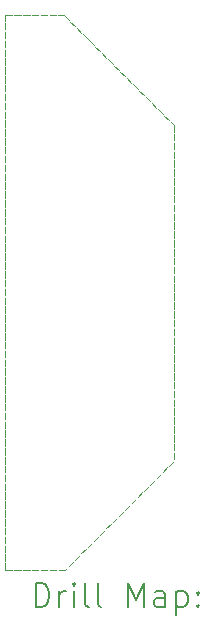
<source format=gbr>
%TF.GenerationSoftware,KiCad,Pcbnew,8.0.1*%
%TF.CreationDate,2024-03-29T22:35:48+02:00*%
%TF.ProjectId,COOLER BASE,434f4f4c-4552-4204-9241-53452e6b6963,rev?*%
%TF.SameCoordinates,Original*%
%TF.FileFunction,Drillmap*%
%TF.FilePolarity,Positive*%
%FSLAX45Y45*%
G04 Gerber Fmt 4.5, Leading zero omitted, Abs format (unit mm)*
G04 Created by KiCad (PCBNEW 8.0.1) date 2024-03-29 22:35:48*
%MOMM*%
%LPD*%
G01*
G04 APERTURE LIST*
%ADD10C,0.050000*%
%ADD11C,0.200000*%
G04 APERTURE END LIST*
D10*
X11300000Y-6406000D02*
X11355000Y-6406000D01*
X11375000Y-6406000D02*
X11430000Y-6406000D01*
X11450000Y-6406000D02*
X11505000Y-6406000D01*
X11525000Y-6406000D02*
X11580000Y-6406000D01*
X11600000Y-6406000D02*
X11655000Y-6406000D01*
X11675000Y-6406000D02*
X11730000Y-6406000D01*
X11750000Y-6406000D02*
X11798000Y-6406000D01*
X11798000Y-6406000D02*
X11836891Y-6444891D01*
X11851033Y-6459033D02*
X11889924Y-6497924D01*
X11904066Y-6512066D02*
X11942957Y-6550957D01*
X11957099Y-6565099D02*
X11995990Y-6603990D01*
X12010132Y-6618132D02*
X12049023Y-6657023D01*
X12063165Y-6671165D02*
X12102056Y-6710056D01*
X12116198Y-6724198D02*
X12155089Y-6763089D01*
X12169231Y-6777231D02*
X12208122Y-6816122D01*
X12222264Y-6830264D02*
X12261155Y-6869155D01*
X12275297Y-6883297D02*
X12314188Y-6922188D01*
X12328330Y-6936330D02*
X12367221Y-6975221D01*
X12381363Y-6989363D02*
X12420254Y-7028254D01*
X12434396Y-7042396D02*
X12473287Y-7081287D01*
X12487429Y-7095429D02*
X12526320Y-7134320D01*
X12540462Y-7148462D02*
X12579353Y-7187353D01*
X12593495Y-7201495D02*
X12632386Y-7240386D01*
X12646528Y-7254528D02*
X12685419Y-7293419D01*
X12699561Y-7307561D02*
X12726000Y-7334000D01*
X12726000Y-7334000D02*
X12726000Y-7389000D01*
X12726000Y-7409000D02*
X12726000Y-7464000D01*
X12726000Y-7484000D02*
X12726000Y-7539000D01*
X12726000Y-7559000D02*
X12726000Y-7614000D01*
X12726000Y-7634000D02*
X12726000Y-7689000D01*
X12726000Y-7709000D02*
X12726000Y-7764000D01*
X12726000Y-7784000D02*
X12726000Y-7839000D01*
X12726000Y-7859000D02*
X12726000Y-7914000D01*
X12726000Y-7934000D02*
X12726000Y-7989000D01*
X12726000Y-8009000D02*
X12726000Y-8064000D01*
X12726000Y-8084000D02*
X12726000Y-8139000D01*
X12726000Y-8159000D02*
X12726000Y-8214000D01*
X12726000Y-8234000D02*
X12726000Y-8289000D01*
X12726000Y-8309000D02*
X12726000Y-8364000D01*
X12726000Y-8384000D02*
X12726000Y-8439000D01*
X12726000Y-8459000D02*
X12726000Y-8514000D01*
X12726000Y-8534000D02*
X12726000Y-8589000D01*
X12726000Y-8609000D02*
X12726000Y-8664000D01*
X12726000Y-8684000D02*
X12726000Y-8739000D01*
X12726000Y-8759000D02*
X12726000Y-8814000D01*
X12726000Y-8834000D02*
X12726000Y-8889000D01*
X12726000Y-8909000D02*
X12726000Y-8964000D01*
X12726000Y-8984000D02*
X12726000Y-9039000D01*
X12726000Y-9059000D02*
X12726000Y-9114000D01*
X12726000Y-9134000D02*
X12726000Y-9189000D01*
X12726000Y-9209000D02*
X12726000Y-9264000D01*
X12726000Y-9284000D02*
X12726000Y-9339000D01*
X12726000Y-9359000D02*
X12726000Y-9414000D01*
X12726000Y-9434000D02*
X12726000Y-9489000D01*
X12726000Y-9509000D02*
X12726000Y-9564000D01*
X12726000Y-9584000D02*
X12726000Y-9639000D01*
X12726000Y-9659000D02*
X12726000Y-9714000D01*
X12726000Y-9734000D02*
X12726000Y-9789000D01*
X12726000Y-9809000D02*
X12726000Y-9864000D01*
X12726000Y-9884000D02*
X12726000Y-9939000D01*
X12726000Y-9959000D02*
X12726000Y-10014000D01*
X12726000Y-10034000D02*
X12726000Y-10089000D01*
X12726000Y-10109000D02*
X12726000Y-10164000D01*
X12726000Y-10180000D02*
X12687109Y-10218891D01*
X12672967Y-10233033D02*
X12634076Y-10271924D01*
X12619934Y-10286066D02*
X12581043Y-10324957D01*
X12566901Y-10339099D02*
X12528010Y-10377990D01*
X12513868Y-10392132D02*
X12474977Y-10431023D01*
X12460835Y-10445165D02*
X12421944Y-10484056D01*
X12407802Y-10498198D02*
X12368911Y-10537089D01*
X12354769Y-10551231D02*
X12315878Y-10590122D01*
X12301736Y-10604264D02*
X12262845Y-10643155D01*
X12248703Y-10657297D02*
X12209812Y-10696188D01*
X12195670Y-10710330D02*
X12156779Y-10749221D01*
X12142637Y-10763363D02*
X12103746Y-10802254D01*
X12089604Y-10816396D02*
X12050713Y-10855287D01*
X12036571Y-10869429D02*
X11997680Y-10908320D01*
X11983538Y-10922462D02*
X11944647Y-10961353D01*
X11930505Y-10975495D02*
X11891614Y-11014386D01*
X11877472Y-11028528D02*
X11838581Y-11067419D01*
X11824439Y-11081561D02*
X11806000Y-11100000D01*
X11806000Y-11100000D02*
X11751000Y-11100000D01*
X11731000Y-11100000D02*
X11676000Y-11100000D01*
X11656000Y-11100000D02*
X11601000Y-11100000D01*
X11581000Y-11100000D02*
X11526000Y-11100000D01*
X11506000Y-11100000D02*
X11451000Y-11100000D01*
X11431000Y-11100000D02*
X11376000Y-11100000D01*
X11356000Y-11100000D02*
X11301000Y-11100000D01*
X11299000Y-11100000D02*
X11299000Y-11045000D01*
X11299000Y-11025000D02*
X11299000Y-10970000D01*
X11299000Y-10950000D02*
X11299000Y-10895000D01*
X11299000Y-10875000D02*
X11299000Y-10820000D01*
X11299000Y-10800000D02*
X11299000Y-10745000D01*
X11299000Y-10725000D02*
X11299000Y-10670000D01*
X11299000Y-10650000D02*
X11299000Y-10595000D01*
X11299000Y-10575000D02*
X11299000Y-10520000D01*
X11299000Y-10500000D02*
X11299000Y-10445000D01*
X11299000Y-10425000D02*
X11299000Y-10370000D01*
X11299000Y-10350000D02*
X11299000Y-10295000D01*
X11299000Y-10275000D02*
X11299000Y-10220000D01*
X11299000Y-10200000D02*
X11299000Y-10145000D01*
X11299000Y-10125000D02*
X11299000Y-10070000D01*
X11299000Y-10050000D02*
X11299000Y-9995000D01*
X11299000Y-9975000D02*
X11299000Y-9920000D01*
X11299000Y-9900000D02*
X11299000Y-9845000D01*
X11299000Y-9825000D02*
X11299000Y-9770000D01*
X11299000Y-9750000D02*
X11299000Y-9695000D01*
X11299000Y-9675000D02*
X11299000Y-9620000D01*
X11299000Y-9600000D02*
X11299000Y-9545000D01*
X11299000Y-9525000D02*
X11299000Y-9470000D01*
X11299000Y-9450000D02*
X11299000Y-9395000D01*
X11299000Y-9375000D02*
X11299000Y-9320000D01*
X11299000Y-9300000D02*
X11299000Y-9245000D01*
X11299000Y-9225000D02*
X11299000Y-9170000D01*
X11299000Y-9150000D02*
X11299000Y-9095000D01*
X11299000Y-9075000D02*
X11299000Y-9020000D01*
X11299000Y-9000000D02*
X11299000Y-8945000D01*
X11299000Y-8925000D02*
X11299000Y-8870000D01*
X11299000Y-8850000D02*
X11299000Y-8795000D01*
X11299000Y-8775000D02*
X11299000Y-8720000D01*
X11299000Y-8700000D02*
X11299000Y-8645000D01*
X11299000Y-8625000D02*
X11299000Y-8570000D01*
X11299000Y-8550000D02*
X11299000Y-8495000D01*
X11299000Y-8475000D02*
X11299000Y-8420000D01*
X11299000Y-8400000D02*
X11299000Y-8345000D01*
X11299000Y-8325000D02*
X11299000Y-8270000D01*
X11299000Y-8250000D02*
X11299000Y-8195000D01*
X11299000Y-8175000D02*
X11299000Y-8120000D01*
X11299000Y-8100000D02*
X11299000Y-8045000D01*
X11299000Y-8025000D02*
X11299000Y-7970000D01*
X11299000Y-7950000D02*
X11299000Y-7895000D01*
X11299000Y-7875000D02*
X11299000Y-7820000D01*
X11299000Y-7800000D02*
X11299000Y-7745000D01*
X11299000Y-7725000D02*
X11299000Y-7670000D01*
X11299000Y-7650000D02*
X11299000Y-7595000D01*
X11299000Y-7575000D02*
X11299000Y-7520000D01*
X11299000Y-7500000D02*
X11299000Y-7445000D01*
X11299000Y-7425000D02*
X11299000Y-7370000D01*
X11299000Y-7350000D02*
X11299000Y-7295000D01*
X11299000Y-7275000D02*
X11299000Y-7220000D01*
X11299000Y-7200000D02*
X11299000Y-7145000D01*
X11299000Y-7125000D02*
X11299000Y-7070000D01*
X11299000Y-7050000D02*
X11299000Y-6995000D01*
X11299000Y-6975000D02*
X11299000Y-6920000D01*
X11299000Y-6900000D02*
X11299000Y-6845000D01*
X11299000Y-6825000D02*
X11299000Y-6770000D01*
X11299000Y-6750000D02*
X11299000Y-6695000D01*
X11299000Y-6675000D02*
X11299000Y-6620000D01*
X11299000Y-6600000D02*
X11299000Y-6545000D01*
X11299000Y-6525000D02*
X11299000Y-6470000D01*
X11299000Y-6450000D02*
X11299000Y-6407000D01*
X11299000Y-6407000D02*
X11300000Y-6406000D01*
D11*
X11557277Y-11413984D02*
X11557277Y-11213984D01*
X11557277Y-11213984D02*
X11604896Y-11213984D01*
X11604896Y-11213984D02*
X11633467Y-11223508D01*
X11633467Y-11223508D02*
X11652515Y-11242555D01*
X11652515Y-11242555D02*
X11662039Y-11261603D01*
X11662039Y-11261603D02*
X11671562Y-11299698D01*
X11671562Y-11299698D02*
X11671562Y-11328269D01*
X11671562Y-11328269D02*
X11662039Y-11366365D01*
X11662039Y-11366365D02*
X11652515Y-11385412D01*
X11652515Y-11385412D02*
X11633467Y-11404460D01*
X11633467Y-11404460D02*
X11604896Y-11413984D01*
X11604896Y-11413984D02*
X11557277Y-11413984D01*
X11757277Y-11413984D02*
X11757277Y-11280650D01*
X11757277Y-11318746D02*
X11766801Y-11299698D01*
X11766801Y-11299698D02*
X11776324Y-11290174D01*
X11776324Y-11290174D02*
X11795372Y-11280650D01*
X11795372Y-11280650D02*
X11814420Y-11280650D01*
X11881086Y-11413984D02*
X11881086Y-11280650D01*
X11881086Y-11213984D02*
X11871562Y-11223508D01*
X11871562Y-11223508D02*
X11881086Y-11233031D01*
X11881086Y-11233031D02*
X11890610Y-11223508D01*
X11890610Y-11223508D02*
X11881086Y-11213984D01*
X11881086Y-11213984D02*
X11881086Y-11233031D01*
X12004896Y-11413984D02*
X11985848Y-11404460D01*
X11985848Y-11404460D02*
X11976324Y-11385412D01*
X11976324Y-11385412D02*
X11976324Y-11213984D01*
X12109658Y-11413984D02*
X12090610Y-11404460D01*
X12090610Y-11404460D02*
X12081086Y-11385412D01*
X12081086Y-11385412D02*
X12081086Y-11213984D01*
X12338229Y-11413984D02*
X12338229Y-11213984D01*
X12338229Y-11213984D02*
X12404896Y-11356841D01*
X12404896Y-11356841D02*
X12471562Y-11213984D01*
X12471562Y-11213984D02*
X12471562Y-11413984D01*
X12652515Y-11413984D02*
X12652515Y-11309222D01*
X12652515Y-11309222D02*
X12642991Y-11290174D01*
X12642991Y-11290174D02*
X12623943Y-11280650D01*
X12623943Y-11280650D02*
X12585848Y-11280650D01*
X12585848Y-11280650D02*
X12566801Y-11290174D01*
X12652515Y-11404460D02*
X12633467Y-11413984D01*
X12633467Y-11413984D02*
X12585848Y-11413984D01*
X12585848Y-11413984D02*
X12566801Y-11404460D01*
X12566801Y-11404460D02*
X12557277Y-11385412D01*
X12557277Y-11385412D02*
X12557277Y-11366365D01*
X12557277Y-11366365D02*
X12566801Y-11347317D01*
X12566801Y-11347317D02*
X12585848Y-11337793D01*
X12585848Y-11337793D02*
X12633467Y-11337793D01*
X12633467Y-11337793D02*
X12652515Y-11328269D01*
X12747753Y-11280650D02*
X12747753Y-11480650D01*
X12747753Y-11290174D02*
X12766801Y-11280650D01*
X12766801Y-11280650D02*
X12804896Y-11280650D01*
X12804896Y-11280650D02*
X12823943Y-11290174D01*
X12823943Y-11290174D02*
X12833467Y-11299698D01*
X12833467Y-11299698D02*
X12842991Y-11318746D01*
X12842991Y-11318746D02*
X12842991Y-11375888D01*
X12842991Y-11375888D02*
X12833467Y-11394936D01*
X12833467Y-11394936D02*
X12823943Y-11404460D01*
X12823943Y-11404460D02*
X12804896Y-11413984D01*
X12804896Y-11413984D02*
X12766801Y-11413984D01*
X12766801Y-11413984D02*
X12747753Y-11404460D01*
X12928705Y-11394936D02*
X12938229Y-11404460D01*
X12938229Y-11404460D02*
X12928705Y-11413984D01*
X12928705Y-11413984D02*
X12919182Y-11404460D01*
X12919182Y-11404460D02*
X12928705Y-11394936D01*
X12928705Y-11394936D02*
X12928705Y-11413984D01*
X12928705Y-11290174D02*
X12938229Y-11299698D01*
X12938229Y-11299698D02*
X12928705Y-11309222D01*
X12928705Y-11309222D02*
X12919182Y-11299698D01*
X12919182Y-11299698D02*
X12928705Y-11290174D01*
X12928705Y-11290174D02*
X12928705Y-11309222D01*
M02*

</source>
